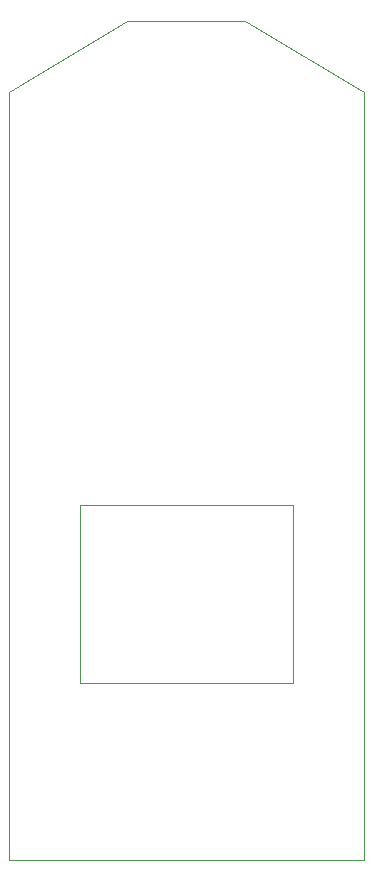
<source format=gbr>
%TF.GenerationSoftware,KiCad,Pcbnew,8.0.7-8.0.7-0~ubuntu22.04.1*%
%TF.CreationDate,2024-12-07T17:10:43+01:00*%
%TF.ProjectId,camera_360,63616d65-7261-45f3-9336-302e6b696361,rev?*%
%TF.SameCoordinates,Original*%
%TF.FileFunction,Profile,NP*%
%FSLAX46Y46*%
G04 Gerber Fmt 4.6, Leading zero omitted, Abs format (unit mm)*
G04 Created by KiCad (PCBNEW 8.0.7-8.0.7-0~ubuntu22.04.1) date 2024-12-07 17:10:43*
%MOMM*%
%LPD*%
G01*
G04 APERTURE LIST*
%TA.AperFunction,Profile*%
%ADD10C,0.050000*%
%TD*%
G04 APERTURE END LIST*
D10*
X105000000Y-34000000D02*
X100000000Y-34000000D01*
X90000000Y-105000000D02*
X90000000Y-40000000D01*
X100000000Y-34000000D02*
X90000000Y-40000000D01*
X110000000Y-34000000D02*
X120000000Y-40000000D01*
X96000000Y-75000000D02*
X114000000Y-75000000D01*
X114000000Y-90000000D01*
X96000000Y-90000000D01*
X96000000Y-75000000D01*
X120000000Y-40000000D02*
X120000000Y-105000000D01*
X120000000Y-105000000D02*
X90000000Y-105000000D01*
X105000000Y-34000000D02*
X110000000Y-34000000D01*
M02*

</source>
